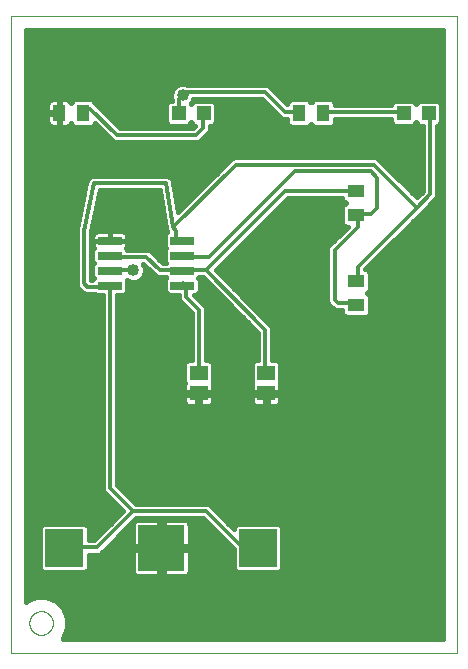
<source format=gtl>
G75*
%MOIN*%
%OFA0B0*%
%FSLAX25Y25*%
%IPPOS*%
%LPD*%
%AMOC8*
5,1,8,0,0,1.08239X$1,22.5*
%
%ADD10C,0.00000*%
%ADD11R,0.15354X0.15354*%
%ADD12R,0.12598X0.12598*%
%ADD13R,0.05906X0.05118*%
%ADD14R,0.08000X0.02600*%
%ADD15R,0.04724X0.04724*%
%ADD16R,0.05512X0.04331*%
%ADD17R,0.04331X0.05512*%
%ADD18C,0.01200*%
%ADD19C,0.04000*%
%ADD20C,0.01600*%
%ADD21C,0.03962*%
D10*
X0006800Y0006800D02*
X0006800Y0219261D01*
X0155501Y0219261D01*
X0155501Y0006800D01*
X0006800Y0006800D01*
X0012863Y0016800D02*
X0012865Y0016925D01*
X0012871Y0017050D01*
X0012881Y0017174D01*
X0012895Y0017298D01*
X0012912Y0017422D01*
X0012934Y0017545D01*
X0012960Y0017667D01*
X0012989Y0017789D01*
X0013022Y0017909D01*
X0013060Y0018028D01*
X0013100Y0018147D01*
X0013145Y0018263D01*
X0013193Y0018378D01*
X0013245Y0018492D01*
X0013301Y0018604D01*
X0013360Y0018714D01*
X0013422Y0018822D01*
X0013488Y0018929D01*
X0013557Y0019033D01*
X0013630Y0019134D01*
X0013705Y0019234D01*
X0013784Y0019331D01*
X0013866Y0019425D01*
X0013951Y0019517D01*
X0014038Y0019606D01*
X0014129Y0019692D01*
X0014222Y0019775D01*
X0014318Y0019856D01*
X0014416Y0019933D01*
X0014516Y0020007D01*
X0014619Y0020078D01*
X0014724Y0020145D01*
X0014832Y0020210D01*
X0014941Y0020270D01*
X0015052Y0020328D01*
X0015165Y0020381D01*
X0015279Y0020431D01*
X0015395Y0020478D01*
X0015512Y0020520D01*
X0015631Y0020559D01*
X0015751Y0020595D01*
X0015872Y0020626D01*
X0015994Y0020654D01*
X0016116Y0020677D01*
X0016240Y0020697D01*
X0016364Y0020713D01*
X0016488Y0020725D01*
X0016613Y0020733D01*
X0016738Y0020737D01*
X0016862Y0020737D01*
X0016987Y0020733D01*
X0017112Y0020725D01*
X0017236Y0020713D01*
X0017360Y0020697D01*
X0017484Y0020677D01*
X0017606Y0020654D01*
X0017728Y0020626D01*
X0017849Y0020595D01*
X0017969Y0020559D01*
X0018088Y0020520D01*
X0018205Y0020478D01*
X0018321Y0020431D01*
X0018435Y0020381D01*
X0018548Y0020328D01*
X0018659Y0020270D01*
X0018769Y0020210D01*
X0018876Y0020145D01*
X0018981Y0020078D01*
X0019084Y0020007D01*
X0019184Y0019933D01*
X0019282Y0019856D01*
X0019378Y0019775D01*
X0019471Y0019692D01*
X0019562Y0019606D01*
X0019649Y0019517D01*
X0019734Y0019425D01*
X0019816Y0019331D01*
X0019895Y0019234D01*
X0019970Y0019134D01*
X0020043Y0019033D01*
X0020112Y0018929D01*
X0020178Y0018822D01*
X0020240Y0018714D01*
X0020299Y0018604D01*
X0020355Y0018492D01*
X0020407Y0018378D01*
X0020455Y0018263D01*
X0020500Y0018147D01*
X0020540Y0018028D01*
X0020578Y0017909D01*
X0020611Y0017789D01*
X0020640Y0017667D01*
X0020666Y0017545D01*
X0020688Y0017422D01*
X0020705Y0017298D01*
X0020719Y0017174D01*
X0020729Y0017050D01*
X0020735Y0016925D01*
X0020737Y0016800D01*
X0020735Y0016675D01*
X0020729Y0016550D01*
X0020719Y0016426D01*
X0020705Y0016302D01*
X0020688Y0016178D01*
X0020666Y0016055D01*
X0020640Y0015933D01*
X0020611Y0015811D01*
X0020578Y0015691D01*
X0020540Y0015572D01*
X0020500Y0015453D01*
X0020455Y0015337D01*
X0020407Y0015222D01*
X0020355Y0015108D01*
X0020299Y0014996D01*
X0020240Y0014886D01*
X0020178Y0014778D01*
X0020112Y0014671D01*
X0020043Y0014567D01*
X0019970Y0014466D01*
X0019895Y0014366D01*
X0019816Y0014269D01*
X0019734Y0014175D01*
X0019649Y0014083D01*
X0019562Y0013994D01*
X0019471Y0013908D01*
X0019378Y0013825D01*
X0019282Y0013744D01*
X0019184Y0013667D01*
X0019084Y0013593D01*
X0018981Y0013522D01*
X0018876Y0013455D01*
X0018768Y0013390D01*
X0018659Y0013330D01*
X0018548Y0013272D01*
X0018435Y0013219D01*
X0018321Y0013169D01*
X0018205Y0013122D01*
X0018088Y0013080D01*
X0017969Y0013041D01*
X0017849Y0013005D01*
X0017728Y0012974D01*
X0017606Y0012946D01*
X0017484Y0012923D01*
X0017360Y0012903D01*
X0017236Y0012887D01*
X0017112Y0012875D01*
X0016987Y0012867D01*
X0016862Y0012863D01*
X0016738Y0012863D01*
X0016613Y0012867D01*
X0016488Y0012875D01*
X0016364Y0012887D01*
X0016240Y0012903D01*
X0016116Y0012923D01*
X0015994Y0012946D01*
X0015872Y0012974D01*
X0015751Y0013005D01*
X0015631Y0013041D01*
X0015512Y0013080D01*
X0015395Y0013122D01*
X0015279Y0013169D01*
X0015165Y0013219D01*
X0015052Y0013272D01*
X0014941Y0013330D01*
X0014831Y0013390D01*
X0014724Y0013455D01*
X0014619Y0013522D01*
X0014516Y0013593D01*
X0014416Y0013667D01*
X0014318Y0013744D01*
X0014222Y0013825D01*
X0014129Y0013908D01*
X0014038Y0013994D01*
X0013951Y0014083D01*
X0013866Y0014175D01*
X0013784Y0014269D01*
X0013705Y0014366D01*
X0013630Y0014466D01*
X0013557Y0014567D01*
X0013488Y0014671D01*
X0013422Y0014778D01*
X0013360Y0014886D01*
X0013301Y0014996D01*
X0013245Y0015108D01*
X0013193Y0015222D01*
X0013145Y0015337D01*
X0013100Y0015453D01*
X0013060Y0015572D01*
X0013022Y0015691D01*
X0012989Y0015811D01*
X0012960Y0015933D01*
X0012934Y0016055D01*
X0012912Y0016178D01*
X0012895Y0016302D01*
X0012881Y0016426D01*
X0012871Y0016550D01*
X0012865Y0016675D01*
X0012863Y0016800D01*
D11*
X0056800Y0041800D03*
D12*
X0024517Y0041800D03*
X0089083Y0041800D03*
D13*
X0091800Y0093454D03*
X0091800Y0100146D03*
X0069300Y0100146D03*
X0069300Y0093454D03*
D14*
X0063900Y0129300D03*
X0063900Y0134300D03*
X0063900Y0139300D03*
X0063900Y0144300D03*
X0039700Y0144300D03*
X0039700Y0139300D03*
X0039700Y0134300D03*
X0039700Y0129300D03*
D15*
X0062666Y0186800D03*
X0070934Y0186800D03*
X0137666Y0186800D03*
X0145934Y0186800D03*
D16*
X0121800Y0160737D03*
X0121800Y0152863D03*
X0121800Y0130737D03*
X0121800Y0122863D03*
D17*
X0110737Y0186800D03*
X0102863Y0186800D03*
X0030737Y0186800D03*
X0022863Y0186800D03*
D18*
X0030737Y0186800D02*
X0031000Y0187200D01*
X0032100Y0188300D01*
X0033200Y0188300D01*
X0042000Y0179500D01*
X0068400Y0179500D01*
X0070600Y0181700D01*
X0070600Y0186100D01*
X0070934Y0186800D01*
X0064000Y0192700D02*
X0062900Y0191600D01*
X0062900Y0187200D01*
X0062666Y0186800D01*
X0064000Y0192700D02*
X0065100Y0193800D01*
X0091500Y0193800D01*
X0098100Y0187200D01*
X0102500Y0187200D01*
X0102863Y0186800D01*
X0110737Y0186800D02*
X0111300Y0187200D01*
X0136600Y0187200D01*
X0137666Y0186800D01*
X0145934Y0186800D02*
X0146500Y0186100D01*
X0146500Y0159700D01*
X0142100Y0155300D01*
X0127800Y0169600D01*
X0081600Y0169600D01*
X0060700Y0148700D01*
X0058500Y0163400D01*
X0034300Y0163400D01*
X0031000Y0147600D01*
X0031000Y0130000D01*
X0032100Y0128900D01*
X0038700Y0128900D01*
X0039700Y0129300D01*
X0039800Y0128900D01*
X0039800Y0061800D01*
X0047500Y0054100D01*
X0071700Y0054100D01*
X0083800Y0042000D01*
X0088200Y0042000D01*
X0089083Y0041800D01*
X0091800Y0100146D02*
X0091500Y0100300D01*
X0091500Y0114600D01*
X0071700Y0134400D01*
X0064000Y0134400D01*
X0063900Y0134300D01*
X0062900Y0134400D01*
X0056300Y0134400D01*
X0051900Y0138800D01*
X0039800Y0138800D01*
X0039700Y0139300D01*
X0039800Y0134400D02*
X0039700Y0134300D01*
X0039800Y0134400D02*
X0047500Y0134400D01*
X0061800Y0144300D02*
X0063900Y0144300D01*
X0061800Y0144300D02*
X0061800Y0147600D01*
X0060700Y0148700D01*
X0063900Y0139300D02*
X0064000Y0138800D01*
X0072800Y0138800D01*
X0101400Y0167400D01*
X0126700Y0167400D01*
X0128900Y0165200D01*
X0128900Y0155300D01*
X0126700Y0153100D01*
X0122300Y0153100D01*
X0121800Y0152863D01*
X0122300Y0152000D01*
X0122300Y0148700D01*
X0114600Y0141000D01*
X0114600Y0124500D01*
X0115700Y0123400D01*
X0121200Y0123400D01*
X0121800Y0122863D01*
X0121800Y0130737D02*
X0122300Y0131100D01*
X0122300Y0135500D01*
X0142100Y0155300D01*
X0121800Y0160737D02*
X0121200Y0160800D01*
X0098100Y0160800D01*
X0071700Y0134400D01*
X0065100Y0128900D02*
X0065100Y0125600D01*
X0069500Y0121200D01*
X0069500Y0100300D01*
X0069300Y0100146D01*
X0065100Y0128900D02*
X0064000Y0130000D01*
X0063900Y0129300D01*
X0047500Y0054100D02*
X0035400Y0042000D01*
X0025500Y0042000D01*
X0024517Y0041800D01*
D19*
X0047500Y0134400D03*
X0064000Y0192700D03*
D20*
X0066705Y0190031D02*
X0067221Y0190547D01*
X0067575Y0191400D01*
X0090506Y0191400D01*
X0096065Y0185841D01*
X0096741Y0185165D01*
X0097623Y0184800D01*
X0098898Y0184800D01*
X0098898Y0183298D01*
X0099952Y0182244D01*
X0105774Y0182244D01*
X0106800Y0183270D01*
X0107826Y0182244D01*
X0113648Y0182244D01*
X0114702Y0183298D01*
X0114702Y0184800D01*
X0133504Y0184800D01*
X0133504Y0183692D01*
X0134558Y0182638D01*
X0140774Y0182638D01*
X0141800Y0183664D01*
X0142826Y0182638D01*
X0144100Y0182638D01*
X0144100Y0160694D01*
X0142100Y0158694D01*
X0129835Y0170959D01*
X0129159Y0171635D01*
X0128277Y0172000D01*
X0081123Y0172000D01*
X0080241Y0171635D01*
X0062369Y0153763D01*
X0060900Y0163579D01*
X0060900Y0163877D01*
X0060830Y0164046D01*
X0060803Y0164227D01*
X0060649Y0164483D01*
X0060535Y0164759D01*
X0060405Y0164889D01*
X0060311Y0165046D01*
X0060071Y0165223D01*
X0059859Y0165435D01*
X0059690Y0165505D01*
X0059543Y0165613D01*
X0059253Y0165686D01*
X0058977Y0165800D01*
X0058794Y0165800D01*
X0058617Y0165844D01*
X0058321Y0165800D01*
X0034548Y0165800D01*
X0034323Y0165847D01*
X0034075Y0165800D01*
X0033823Y0165800D01*
X0033611Y0165712D01*
X0033385Y0165670D01*
X0033174Y0165531D01*
X0032941Y0165435D01*
X0032778Y0165272D01*
X0032586Y0165147D01*
X0032444Y0164938D01*
X0032265Y0164759D01*
X0032178Y0164548D01*
X0032048Y0164358D01*
X0031997Y0164111D01*
X0031900Y0163877D01*
X0031900Y0163648D01*
X0028697Y0148311D01*
X0028600Y0148077D01*
X0028600Y0147848D01*
X0028553Y0147623D01*
X0028600Y0147375D01*
X0028600Y0129523D01*
X0028965Y0128641D01*
X0029641Y0127965D01*
X0030741Y0126865D01*
X0031623Y0126500D01*
X0034654Y0126500D01*
X0034954Y0126200D01*
X0037400Y0126200D01*
X0037400Y0061323D01*
X0037765Y0060441D01*
X0044106Y0054100D01*
X0034406Y0044400D01*
X0032616Y0044400D01*
X0032616Y0048845D01*
X0031561Y0049899D01*
X0017472Y0049899D01*
X0016417Y0048845D01*
X0016417Y0034755D01*
X0017472Y0033701D01*
X0031561Y0033701D01*
X0032616Y0034755D01*
X0032616Y0039600D01*
X0035877Y0039600D01*
X0036759Y0039965D01*
X0048494Y0051700D01*
X0070706Y0051700D01*
X0080984Y0041422D01*
X0080984Y0034755D01*
X0082039Y0033701D01*
X0096128Y0033701D01*
X0097183Y0034755D01*
X0097183Y0048845D01*
X0096128Y0049899D01*
X0082039Y0049899D01*
X0080984Y0048845D01*
X0080984Y0048210D01*
X0073059Y0056135D01*
X0072177Y0056500D01*
X0048494Y0056500D01*
X0042200Y0062794D01*
X0042200Y0126200D01*
X0044446Y0126200D01*
X0045500Y0127254D01*
X0045500Y0131115D01*
X0046744Y0130600D01*
X0048256Y0130600D01*
X0049653Y0131179D01*
X0050721Y0132247D01*
X0051300Y0133644D01*
X0051300Y0135156D01*
X0050785Y0136400D01*
X0050906Y0136400D01*
X0054265Y0133041D01*
X0054941Y0132365D01*
X0055823Y0132000D01*
X0058354Y0132000D01*
X0058554Y0131800D01*
X0058100Y0131346D01*
X0058100Y0127254D01*
X0059154Y0126200D01*
X0062700Y0126200D01*
X0062700Y0125123D01*
X0063065Y0124241D01*
X0063741Y0123565D01*
X0067100Y0120206D01*
X0067100Y0104505D01*
X0065602Y0104505D01*
X0064547Y0103451D01*
X0064547Y0096842D01*
X0064674Y0096715D01*
X0064670Y0096707D01*
X0064547Y0096250D01*
X0064547Y0093933D01*
X0068820Y0093933D01*
X0068820Y0092974D01*
X0064547Y0092974D01*
X0064547Y0090658D01*
X0064670Y0090200D01*
X0064907Y0089789D01*
X0065242Y0089454D01*
X0065652Y0089217D01*
X0066110Y0089094D01*
X0068820Y0089094D01*
X0068820Y0092974D01*
X0069780Y0092974D01*
X0069780Y0093933D01*
X0074053Y0093933D01*
X0074053Y0096250D01*
X0073930Y0096707D01*
X0073926Y0096715D01*
X0074053Y0096842D01*
X0074053Y0103451D01*
X0072998Y0104505D01*
X0071900Y0104505D01*
X0071900Y0121677D01*
X0071535Y0122559D01*
X0067894Y0126200D01*
X0068646Y0126200D01*
X0069700Y0127254D01*
X0069700Y0131346D01*
X0069246Y0131800D01*
X0069446Y0132000D01*
X0070706Y0132000D01*
X0089100Y0113606D01*
X0089100Y0104505D01*
X0088102Y0104505D01*
X0087047Y0103451D01*
X0087047Y0096842D01*
X0087174Y0096715D01*
X0087170Y0096707D01*
X0087047Y0096250D01*
X0087047Y0093933D01*
X0091320Y0093933D01*
X0091320Y0092974D01*
X0087047Y0092974D01*
X0087047Y0090658D01*
X0087170Y0090200D01*
X0087407Y0089789D01*
X0087742Y0089454D01*
X0088152Y0089217D01*
X0088610Y0089094D01*
X0091320Y0089094D01*
X0091320Y0092974D01*
X0092280Y0092974D01*
X0092280Y0093933D01*
X0096553Y0093933D01*
X0096553Y0096250D01*
X0096430Y0096707D01*
X0096426Y0096715D01*
X0096553Y0096842D01*
X0096553Y0103451D01*
X0095498Y0104505D01*
X0093900Y0104505D01*
X0093900Y0115077D01*
X0093535Y0115959D01*
X0075094Y0134400D01*
X0099094Y0158400D01*
X0117244Y0158400D01*
X0117244Y0157826D01*
X0118270Y0156800D01*
X0117244Y0155774D01*
X0117244Y0149952D01*
X0118298Y0148898D01*
X0119104Y0148898D01*
X0112565Y0142359D01*
X0112200Y0141477D01*
X0112200Y0124023D01*
X0112565Y0123141D01*
X0113241Y0122465D01*
X0114341Y0121365D01*
X0115223Y0121000D01*
X0117244Y0121000D01*
X0117244Y0119952D01*
X0118298Y0118898D01*
X0125301Y0118898D01*
X0126356Y0119952D01*
X0126356Y0125774D01*
X0125330Y0126800D01*
X0126356Y0127826D01*
X0126356Y0133648D01*
X0125301Y0134702D01*
X0124896Y0134702D01*
X0143459Y0153265D01*
X0144135Y0153941D01*
X0148535Y0158341D01*
X0148900Y0159223D01*
X0148900Y0182638D01*
X0149042Y0182638D01*
X0150096Y0183692D01*
X0150096Y0189908D01*
X0149042Y0190962D01*
X0142826Y0190962D01*
X0141800Y0189936D01*
X0140774Y0190962D01*
X0134558Y0190962D01*
X0133504Y0189908D01*
X0133504Y0189600D01*
X0114702Y0189600D01*
X0114702Y0190301D01*
X0113648Y0191356D01*
X0107826Y0191356D01*
X0106800Y0190330D01*
X0105774Y0191356D01*
X0099952Y0191356D01*
X0098898Y0190301D01*
X0098898Y0189796D01*
X0092859Y0195835D01*
X0091977Y0196200D01*
X0065480Y0196200D01*
X0064756Y0196500D01*
X0063244Y0196500D01*
X0061847Y0195921D01*
X0060779Y0194853D01*
X0060200Y0193456D01*
X0060200Y0191944D01*
X0060500Y0191220D01*
X0060500Y0190962D01*
X0059558Y0190962D01*
X0058504Y0189908D01*
X0058504Y0183692D01*
X0059558Y0182638D01*
X0065774Y0182638D01*
X0066800Y0183664D01*
X0067826Y0182638D01*
X0068144Y0182638D01*
X0067406Y0181900D01*
X0042994Y0181900D01*
X0035235Y0189659D01*
X0034702Y0190192D01*
X0034702Y0190301D01*
X0033648Y0191356D01*
X0027826Y0191356D01*
X0026772Y0190301D01*
X0026772Y0190004D01*
X0026706Y0190251D01*
X0026469Y0190661D01*
X0026134Y0190996D01*
X0025723Y0191233D01*
X0025265Y0191356D01*
X0023146Y0191356D01*
X0023146Y0187083D01*
X0022580Y0187083D01*
X0022580Y0191356D01*
X0020461Y0191356D01*
X0020003Y0191233D01*
X0019592Y0190996D01*
X0019257Y0190661D01*
X0019020Y0190251D01*
X0018898Y0189793D01*
X0018898Y0187083D01*
X0022580Y0187083D01*
X0022580Y0186517D01*
X0023146Y0186517D01*
X0023146Y0182244D01*
X0025265Y0182244D01*
X0025723Y0182367D01*
X0026134Y0182604D01*
X0026469Y0182939D01*
X0026706Y0183349D01*
X0026772Y0183596D01*
X0026772Y0183298D01*
X0027826Y0182244D01*
X0033648Y0182244D01*
X0034702Y0183298D01*
X0034702Y0183404D01*
X0040641Y0177465D01*
X0041523Y0177100D01*
X0068877Y0177100D01*
X0069759Y0177465D01*
X0070435Y0178141D01*
X0072635Y0180341D01*
X0073000Y0181223D01*
X0073000Y0182638D01*
X0074042Y0182638D01*
X0075096Y0183692D01*
X0075096Y0189908D01*
X0074042Y0190962D01*
X0067826Y0190962D01*
X0066800Y0189936D01*
X0066705Y0190031D01*
X0067255Y0190629D02*
X0067493Y0190629D01*
X0068142Y0182636D02*
X0042258Y0182636D01*
X0040659Y0184235D02*
X0058504Y0184235D01*
X0058504Y0185833D02*
X0039061Y0185833D01*
X0037462Y0187432D02*
X0058504Y0187432D01*
X0058504Y0189030D02*
X0035864Y0189030D01*
X0034375Y0190629D02*
X0059225Y0190629D01*
X0060200Y0192227D02*
X0011600Y0192227D01*
X0011600Y0190629D02*
X0019239Y0190629D01*
X0018898Y0189030D02*
X0011600Y0189030D01*
X0011600Y0187432D02*
X0018898Y0187432D01*
X0018898Y0186517D02*
X0018898Y0183807D01*
X0019020Y0183349D01*
X0019257Y0182939D01*
X0019592Y0182604D01*
X0020003Y0182367D01*
X0020461Y0182244D01*
X0022580Y0182244D01*
X0022580Y0186517D01*
X0018898Y0186517D01*
X0018898Y0185833D02*
X0011600Y0185833D01*
X0011600Y0184235D02*
X0018898Y0184235D01*
X0019560Y0182636D02*
X0011600Y0182636D01*
X0011600Y0181038D02*
X0037068Y0181038D01*
X0035470Y0182636D02*
X0034040Y0182636D01*
X0038667Y0179439D02*
X0011600Y0179439D01*
X0011600Y0177841D02*
X0040265Y0177841D01*
X0032522Y0165053D02*
X0011600Y0165053D01*
X0011600Y0166651D02*
X0075257Y0166651D01*
X0073659Y0165053D02*
X0060302Y0165053D01*
X0060919Y0163454D02*
X0072060Y0163454D01*
X0070461Y0161856D02*
X0061158Y0161856D01*
X0061397Y0160257D02*
X0068863Y0160257D01*
X0067264Y0158659D02*
X0061636Y0158659D01*
X0061876Y0157060D02*
X0065666Y0157060D01*
X0064067Y0155462D02*
X0062115Y0155462D01*
X0062354Y0153863D02*
X0062469Y0153863D01*
X0057501Y0153863D02*
X0034760Y0153863D01*
X0034426Y0152265D02*
X0057740Y0152265D01*
X0057979Y0150666D02*
X0034092Y0150666D01*
X0033758Y0149068D02*
X0058218Y0149068D01*
X0058300Y0148521D02*
X0058300Y0148223D01*
X0058370Y0148054D01*
X0058397Y0147873D01*
X0058551Y0147617D01*
X0058665Y0147341D01*
X0058795Y0147211D01*
X0058859Y0147104D01*
X0058100Y0146346D01*
X0058100Y0142254D01*
X0058554Y0141800D01*
X0058100Y0141346D01*
X0058100Y0137254D01*
X0058554Y0136800D01*
X0057294Y0136800D01*
X0053259Y0140835D01*
X0052377Y0141200D01*
X0045500Y0141200D01*
X0045500Y0141346D01*
X0045046Y0141800D01*
X0045140Y0141895D01*
X0045377Y0142305D01*
X0045500Y0142763D01*
X0045500Y0144300D01*
X0045500Y0145837D01*
X0045377Y0146295D01*
X0045140Y0146705D01*
X0044805Y0147040D01*
X0044395Y0147277D01*
X0043937Y0147400D01*
X0039700Y0147400D01*
X0039700Y0144300D01*
X0039700Y0144300D01*
X0045500Y0144300D01*
X0039700Y0144300D01*
X0039700Y0144300D01*
X0039700Y0144300D01*
X0033900Y0144300D01*
X0033900Y0145837D01*
X0034023Y0146295D01*
X0034260Y0146705D01*
X0034595Y0147040D01*
X0035005Y0147277D01*
X0035463Y0147400D01*
X0039700Y0147400D01*
X0039700Y0144300D01*
X0033900Y0144300D01*
X0033900Y0142763D01*
X0034023Y0142305D01*
X0034260Y0141895D01*
X0034354Y0141800D01*
X0033900Y0141346D01*
X0033900Y0137254D01*
X0034354Y0136800D01*
X0033900Y0136346D01*
X0033900Y0132254D01*
X0034354Y0131800D01*
X0033900Y0131346D01*
X0033900Y0131300D01*
X0033400Y0131300D01*
X0033400Y0147352D01*
X0036251Y0161000D01*
X0056432Y0161000D01*
X0058300Y0148521D01*
X0058612Y0147469D02*
X0033424Y0147469D01*
X0033400Y0145870D02*
X0033909Y0145870D01*
X0033900Y0144272D02*
X0033400Y0144272D01*
X0033400Y0142673D02*
X0033924Y0142673D01*
X0033900Y0141075D02*
X0033400Y0141075D01*
X0033400Y0139476D02*
X0033900Y0139476D01*
X0033900Y0137878D02*
X0033400Y0137878D01*
X0033400Y0136279D02*
X0033900Y0136279D01*
X0033900Y0134681D02*
X0033400Y0134681D01*
X0033400Y0133082D02*
X0033900Y0133082D01*
X0034038Y0131484D02*
X0033400Y0131484D01*
X0031168Y0126688D02*
X0011600Y0126688D01*
X0011600Y0125090D02*
X0037400Y0125090D01*
X0037400Y0123491D02*
X0011600Y0123491D01*
X0011600Y0121893D02*
X0037400Y0121893D01*
X0037400Y0120294D02*
X0011600Y0120294D01*
X0011600Y0118696D02*
X0037400Y0118696D01*
X0037400Y0117097D02*
X0011600Y0117097D01*
X0011600Y0115499D02*
X0037400Y0115499D01*
X0037400Y0113900D02*
X0011600Y0113900D01*
X0011600Y0112302D02*
X0037400Y0112302D01*
X0037400Y0110703D02*
X0011600Y0110703D01*
X0011600Y0109105D02*
X0037400Y0109105D01*
X0037400Y0107506D02*
X0011600Y0107506D01*
X0011600Y0105908D02*
X0037400Y0105908D01*
X0037400Y0104309D02*
X0011600Y0104309D01*
X0011600Y0102711D02*
X0037400Y0102711D01*
X0037400Y0101112D02*
X0011600Y0101112D01*
X0011600Y0099514D02*
X0037400Y0099514D01*
X0037400Y0097915D02*
X0011600Y0097915D01*
X0011600Y0096317D02*
X0037400Y0096317D01*
X0037400Y0094718D02*
X0011600Y0094718D01*
X0011600Y0093120D02*
X0037400Y0093120D01*
X0037400Y0091521D02*
X0011600Y0091521D01*
X0011600Y0089923D02*
X0037400Y0089923D01*
X0037400Y0088324D02*
X0011600Y0088324D01*
X0011600Y0086726D02*
X0037400Y0086726D01*
X0037400Y0085127D02*
X0011600Y0085127D01*
X0011600Y0083529D02*
X0037400Y0083529D01*
X0037400Y0081930D02*
X0011600Y0081930D01*
X0011600Y0080332D02*
X0037400Y0080332D01*
X0037400Y0078733D02*
X0011600Y0078733D01*
X0011600Y0077134D02*
X0037400Y0077134D01*
X0037400Y0075536D02*
X0011600Y0075536D01*
X0011600Y0073937D02*
X0037400Y0073937D01*
X0037400Y0072339D02*
X0011600Y0072339D01*
X0011600Y0070740D02*
X0037400Y0070740D01*
X0037400Y0069142D02*
X0011600Y0069142D01*
X0011600Y0067543D02*
X0037400Y0067543D01*
X0037400Y0065945D02*
X0011600Y0065945D01*
X0011600Y0064346D02*
X0037400Y0064346D01*
X0037400Y0062748D02*
X0011600Y0062748D01*
X0011600Y0061149D02*
X0037472Y0061149D01*
X0038655Y0059551D02*
X0011600Y0059551D01*
X0011600Y0057952D02*
X0040254Y0057952D01*
X0041852Y0056354D02*
X0011600Y0056354D01*
X0011600Y0054755D02*
X0043451Y0054755D01*
X0043163Y0053157D02*
X0011600Y0053157D01*
X0011600Y0051558D02*
X0041564Y0051558D01*
X0039966Y0049960D02*
X0011600Y0049960D01*
X0011600Y0048361D02*
X0016417Y0048361D01*
X0016417Y0046763D02*
X0011600Y0046763D01*
X0011600Y0045164D02*
X0016417Y0045164D01*
X0016417Y0043566D02*
X0011600Y0043566D01*
X0011600Y0041967D02*
X0016417Y0041967D01*
X0016417Y0040369D02*
X0011600Y0040369D01*
X0011600Y0038770D02*
X0016417Y0038770D01*
X0016417Y0037172D02*
X0011600Y0037172D01*
X0011600Y0035573D02*
X0016417Y0035573D01*
X0017198Y0033975D02*
X0011600Y0033975D01*
X0011600Y0032376D02*
X0048687Y0032376D01*
X0048886Y0032323D02*
X0056000Y0032323D01*
X0056000Y0041000D01*
X0047323Y0041000D01*
X0047323Y0033886D01*
X0047445Y0033428D01*
X0047682Y0033018D01*
X0048018Y0032682D01*
X0048428Y0032445D01*
X0048886Y0032323D01*
X0047323Y0033975D02*
X0031835Y0033975D01*
X0032616Y0035573D02*
X0047323Y0035573D01*
X0047323Y0037172D02*
X0032616Y0037172D01*
X0032616Y0038770D02*
X0047323Y0038770D01*
X0047323Y0040369D02*
X0037163Y0040369D01*
X0038761Y0041967D02*
X0056000Y0041967D01*
X0056000Y0042600D02*
X0056000Y0041000D01*
X0057600Y0041000D01*
X0057600Y0042600D01*
X0056000Y0042600D01*
X0056000Y0051277D01*
X0048886Y0051277D01*
X0048428Y0051154D01*
X0048018Y0050918D01*
X0047682Y0050582D01*
X0047445Y0050172D01*
X0047323Y0049714D01*
X0047323Y0042600D01*
X0056000Y0042600D01*
X0056000Y0043566D02*
X0057600Y0043566D01*
X0057600Y0042600D02*
X0057600Y0051277D01*
X0064714Y0051277D01*
X0065172Y0051154D01*
X0065582Y0050918D01*
X0065918Y0050582D01*
X0066154Y0050172D01*
X0066277Y0049714D01*
X0066277Y0042600D01*
X0057600Y0042600D01*
X0057600Y0041967D02*
X0080439Y0041967D01*
X0080984Y0040369D02*
X0066277Y0040369D01*
X0066277Y0041000D02*
X0057600Y0041000D01*
X0057600Y0032323D01*
X0064714Y0032323D01*
X0065172Y0032445D01*
X0065582Y0032682D01*
X0065918Y0033018D01*
X0066154Y0033428D01*
X0066277Y0033886D01*
X0066277Y0041000D01*
X0066277Y0038770D02*
X0080984Y0038770D01*
X0080984Y0037172D02*
X0066277Y0037172D01*
X0066277Y0035573D02*
X0080984Y0035573D01*
X0081765Y0033975D02*
X0066277Y0033975D01*
X0064913Y0032376D02*
X0150701Y0032376D01*
X0150701Y0030778D02*
X0011600Y0030778D01*
X0011600Y0029179D02*
X0150701Y0029179D01*
X0150701Y0027581D02*
X0011600Y0027581D01*
X0011600Y0025982D02*
X0150701Y0025982D01*
X0150701Y0024384D02*
X0021322Y0024384D01*
X0021749Y0024207D02*
X0018538Y0025537D01*
X0015062Y0025537D01*
X0011851Y0024207D01*
X0011600Y0023956D01*
X0011600Y0214461D01*
X0150701Y0214461D01*
X0150701Y0011600D01*
X0023956Y0011600D01*
X0024207Y0011851D01*
X0025537Y0015062D01*
X0025537Y0018538D01*
X0024207Y0021749D01*
X0021749Y0024207D01*
X0023171Y0022785D02*
X0150701Y0022785D01*
X0150701Y0021187D02*
X0024440Y0021187D01*
X0025102Y0019588D02*
X0150701Y0019588D01*
X0150701Y0017990D02*
X0025537Y0017990D01*
X0025537Y0016391D02*
X0150701Y0016391D01*
X0150701Y0014793D02*
X0025425Y0014793D01*
X0024763Y0013194D02*
X0150701Y0013194D01*
X0150701Y0033975D02*
X0096402Y0033975D01*
X0097183Y0035573D02*
X0150701Y0035573D01*
X0150701Y0037172D02*
X0097183Y0037172D01*
X0097183Y0038770D02*
X0150701Y0038770D01*
X0150701Y0040369D02*
X0097183Y0040369D01*
X0097183Y0041967D02*
X0150701Y0041967D01*
X0150701Y0043566D02*
X0097183Y0043566D01*
X0097183Y0045164D02*
X0150701Y0045164D01*
X0150701Y0046763D02*
X0097183Y0046763D01*
X0097183Y0048361D02*
X0150701Y0048361D01*
X0150701Y0049960D02*
X0079234Y0049960D01*
X0077636Y0051558D02*
X0150701Y0051558D01*
X0150701Y0053157D02*
X0076037Y0053157D01*
X0074439Y0054755D02*
X0150701Y0054755D01*
X0150701Y0056354D02*
X0072530Y0056354D01*
X0070848Y0051558D02*
X0048352Y0051558D01*
X0047389Y0049960D02*
X0046754Y0049960D01*
X0047323Y0048361D02*
X0045155Y0048361D01*
X0043557Y0046763D02*
X0047323Y0046763D01*
X0047323Y0045164D02*
X0041958Y0045164D01*
X0040360Y0043566D02*
X0047323Y0043566D01*
X0038367Y0048361D02*
X0032616Y0048361D01*
X0032616Y0046763D02*
X0036769Y0046763D01*
X0035170Y0045164D02*
X0032616Y0045164D01*
X0043845Y0061149D02*
X0150701Y0061149D01*
X0150701Y0059551D02*
X0045443Y0059551D01*
X0047042Y0057952D02*
X0150701Y0057952D01*
X0150701Y0062748D02*
X0042246Y0062748D01*
X0042200Y0064346D02*
X0150701Y0064346D01*
X0150701Y0065945D02*
X0042200Y0065945D01*
X0042200Y0067543D02*
X0150701Y0067543D01*
X0150701Y0069142D02*
X0042200Y0069142D01*
X0042200Y0070740D02*
X0150701Y0070740D01*
X0150701Y0072339D02*
X0042200Y0072339D01*
X0042200Y0073937D02*
X0150701Y0073937D01*
X0150701Y0075536D02*
X0042200Y0075536D01*
X0042200Y0077134D02*
X0150701Y0077134D01*
X0150701Y0078733D02*
X0042200Y0078733D01*
X0042200Y0080332D02*
X0150701Y0080332D01*
X0150701Y0081930D02*
X0042200Y0081930D01*
X0042200Y0083529D02*
X0150701Y0083529D01*
X0150701Y0085127D02*
X0042200Y0085127D01*
X0042200Y0086726D02*
X0150701Y0086726D01*
X0150701Y0088324D02*
X0042200Y0088324D01*
X0042200Y0089923D02*
X0064830Y0089923D01*
X0064547Y0091521D02*
X0042200Y0091521D01*
X0042200Y0093120D02*
X0068820Y0093120D01*
X0069780Y0093120D02*
X0091320Y0093120D01*
X0092280Y0093120D02*
X0150701Y0093120D01*
X0150701Y0094718D02*
X0096553Y0094718D01*
X0096535Y0096317D02*
X0150701Y0096317D01*
X0150701Y0097915D02*
X0096553Y0097915D01*
X0096553Y0099514D02*
X0150701Y0099514D01*
X0150701Y0101112D02*
X0096553Y0101112D01*
X0096553Y0102711D02*
X0150701Y0102711D01*
X0150701Y0104309D02*
X0095695Y0104309D01*
X0093900Y0105908D02*
X0150701Y0105908D01*
X0150701Y0107506D02*
X0093900Y0107506D01*
X0093900Y0109105D02*
X0150701Y0109105D01*
X0150701Y0110703D02*
X0093900Y0110703D01*
X0093900Y0112302D02*
X0150701Y0112302D01*
X0150701Y0113900D02*
X0093900Y0113900D01*
X0093725Y0115499D02*
X0150701Y0115499D01*
X0150701Y0117097D02*
X0092397Y0117097D01*
X0090798Y0118696D02*
X0150701Y0118696D01*
X0150701Y0120294D02*
X0126356Y0120294D01*
X0126356Y0121893D02*
X0150701Y0121893D01*
X0150701Y0123491D02*
X0126356Y0123491D01*
X0126356Y0125090D02*
X0150701Y0125090D01*
X0150701Y0126688D02*
X0125441Y0126688D01*
X0126356Y0128287D02*
X0150701Y0128287D01*
X0150701Y0129885D02*
X0126356Y0129885D01*
X0126356Y0131484D02*
X0150701Y0131484D01*
X0150701Y0133082D02*
X0126356Y0133082D01*
X0125323Y0134681D02*
X0150701Y0134681D01*
X0150701Y0136279D02*
X0126474Y0136279D01*
X0128072Y0137878D02*
X0150701Y0137878D01*
X0150701Y0139476D02*
X0129671Y0139476D01*
X0131269Y0141075D02*
X0150701Y0141075D01*
X0150701Y0142673D02*
X0132868Y0142673D01*
X0134466Y0144272D02*
X0150701Y0144272D01*
X0150701Y0145870D02*
X0136065Y0145870D01*
X0137663Y0147469D02*
X0150701Y0147469D01*
X0150701Y0149068D02*
X0139262Y0149068D01*
X0140860Y0150666D02*
X0150701Y0150666D01*
X0150701Y0152265D02*
X0142459Y0152265D01*
X0143459Y0153265D02*
X0143459Y0153265D01*
X0144057Y0153863D02*
X0150701Y0153863D01*
X0150701Y0155462D02*
X0145656Y0155462D01*
X0144135Y0153941D02*
X0144135Y0153941D01*
X0147254Y0157060D02*
X0150701Y0157060D01*
X0150701Y0158659D02*
X0148666Y0158659D01*
X0148900Y0160257D02*
X0150701Y0160257D01*
X0150701Y0161856D02*
X0148900Y0161856D01*
X0148900Y0163454D02*
X0150701Y0163454D01*
X0150701Y0165053D02*
X0148900Y0165053D01*
X0148900Y0166651D02*
X0150701Y0166651D01*
X0150701Y0168250D02*
X0148900Y0168250D01*
X0148900Y0169848D02*
X0150701Y0169848D01*
X0150701Y0171447D02*
X0148900Y0171447D01*
X0148900Y0173045D02*
X0150701Y0173045D01*
X0150701Y0174644D02*
X0148900Y0174644D01*
X0148900Y0176242D02*
X0150701Y0176242D01*
X0150701Y0177841D02*
X0148900Y0177841D01*
X0148900Y0179439D02*
X0150701Y0179439D01*
X0150701Y0181038D02*
X0148900Y0181038D01*
X0148900Y0182636D02*
X0150701Y0182636D01*
X0150701Y0184235D02*
X0150096Y0184235D01*
X0150096Y0185833D02*
X0150701Y0185833D01*
X0150701Y0187432D02*
X0150096Y0187432D01*
X0150096Y0189030D02*
X0150701Y0189030D01*
X0150701Y0190629D02*
X0149375Y0190629D01*
X0150701Y0192227D02*
X0096467Y0192227D01*
X0098065Y0190629D02*
X0099225Y0190629D01*
X0096073Y0185833D02*
X0075096Y0185833D01*
X0075096Y0184235D02*
X0098898Y0184235D01*
X0099560Y0182636D02*
X0073000Y0182636D01*
X0072923Y0181038D02*
X0144100Y0181038D01*
X0144100Y0182636D02*
X0114040Y0182636D01*
X0114702Y0184235D02*
X0133504Y0184235D01*
X0134225Y0190629D02*
X0114375Y0190629D01*
X0107099Y0190629D02*
X0106501Y0190629D01*
X0106166Y0182636D02*
X0107434Y0182636D01*
X0094474Y0187432D02*
X0075096Y0187432D01*
X0075096Y0189030D02*
X0092876Y0189030D01*
X0091277Y0190629D02*
X0074375Y0190629D01*
X0071733Y0179439D02*
X0144100Y0179439D01*
X0144100Y0177841D02*
X0070135Y0177841D01*
X0076856Y0168250D02*
X0011600Y0168250D01*
X0011600Y0169848D02*
X0078454Y0169848D01*
X0080053Y0171447D02*
X0011600Y0171447D01*
X0011600Y0173045D02*
X0144100Y0173045D01*
X0144100Y0171447D02*
X0129347Y0171447D01*
X0130946Y0169848D02*
X0144100Y0169848D01*
X0144100Y0168250D02*
X0132544Y0168250D01*
X0134143Y0166651D02*
X0144100Y0166651D01*
X0144100Y0165053D02*
X0135741Y0165053D01*
X0137340Y0163454D02*
X0144100Y0163454D01*
X0144100Y0161856D02*
X0138938Y0161856D01*
X0140537Y0160257D02*
X0143663Y0160257D01*
X0144100Y0174644D02*
X0011600Y0174644D01*
X0011600Y0176242D02*
X0144100Y0176242D01*
X0142493Y0190629D02*
X0141107Y0190629D01*
X0150701Y0193826D02*
X0094868Y0193826D01*
X0093270Y0195424D02*
X0150701Y0195424D01*
X0150701Y0197023D02*
X0011600Y0197023D01*
X0011600Y0198621D02*
X0150701Y0198621D01*
X0150701Y0200220D02*
X0011600Y0200220D01*
X0011600Y0201818D02*
X0150701Y0201818D01*
X0150701Y0203417D02*
X0011600Y0203417D01*
X0011600Y0205015D02*
X0150701Y0205015D01*
X0150701Y0206614D02*
X0011600Y0206614D01*
X0011600Y0208212D02*
X0150701Y0208212D01*
X0150701Y0209811D02*
X0011600Y0209811D01*
X0011600Y0211409D02*
X0150701Y0211409D01*
X0150701Y0213008D02*
X0011600Y0213008D01*
X0011600Y0195424D02*
X0061350Y0195424D01*
X0060353Y0193826D02*
X0011600Y0193826D01*
X0022580Y0190629D02*
X0023146Y0190629D01*
X0023146Y0189030D02*
X0022580Y0189030D01*
X0022580Y0187432D02*
X0023146Y0187432D01*
X0023146Y0185833D02*
X0022580Y0185833D01*
X0022580Y0184235D02*
X0023146Y0184235D01*
X0023146Y0182636D02*
X0022580Y0182636D01*
X0026166Y0182636D02*
X0027434Y0182636D01*
X0027099Y0190629D02*
X0026487Y0190629D01*
X0031860Y0163454D02*
X0011600Y0163454D01*
X0011600Y0161856D02*
X0031526Y0161856D01*
X0031192Y0160257D02*
X0011600Y0160257D01*
X0011600Y0158659D02*
X0030858Y0158659D01*
X0030524Y0157060D02*
X0011600Y0157060D01*
X0011600Y0155462D02*
X0030190Y0155462D01*
X0029856Y0153863D02*
X0011600Y0153863D01*
X0011600Y0152265D02*
X0029522Y0152265D01*
X0029189Y0150666D02*
X0011600Y0150666D01*
X0011600Y0149068D02*
X0028855Y0149068D01*
X0028582Y0147469D02*
X0011600Y0147469D01*
X0011600Y0145870D02*
X0028600Y0145870D01*
X0028600Y0144272D02*
X0011600Y0144272D01*
X0011600Y0142673D02*
X0028600Y0142673D01*
X0028600Y0141075D02*
X0011600Y0141075D01*
X0011600Y0139476D02*
X0028600Y0139476D01*
X0028600Y0137878D02*
X0011600Y0137878D01*
X0011600Y0136279D02*
X0028600Y0136279D01*
X0028600Y0134681D02*
X0011600Y0134681D01*
X0011600Y0133082D02*
X0028600Y0133082D01*
X0028600Y0131484D02*
X0011600Y0131484D01*
X0011600Y0129885D02*
X0028600Y0129885D01*
X0029319Y0128287D02*
X0011600Y0128287D01*
X0035094Y0155462D02*
X0057261Y0155462D01*
X0057022Y0157060D02*
X0035428Y0157060D01*
X0035761Y0158659D02*
X0056783Y0158659D01*
X0056544Y0160257D02*
X0036095Y0160257D01*
X0039700Y0145870D02*
X0039700Y0145870D01*
X0045491Y0145870D02*
X0058100Y0145870D01*
X0058100Y0144272D02*
X0045500Y0144272D01*
X0045476Y0142673D02*
X0058100Y0142673D01*
X0058100Y0141075D02*
X0052679Y0141075D01*
X0054618Y0139476D02*
X0058100Y0139476D01*
X0058100Y0137878D02*
X0056216Y0137878D01*
X0058554Y0136800D02*
X0058554Y0136800D01*
X0058238Y0131484D02*
X0049958Y0131484D01*
X0051067Y0133082D02*
X0054223Y0133082D01*
X0052625Y0134681D02*
X0051300Y0134681D01*
X0051026Y0136279D02*
X0050835Y0136279D01*
X0045500Y0129885D02*
X0058100Y0129885D01*
X0058100Y0128287D02*
X0045500Y0128287D01*
X0044934Y0126688D02*
X0058666Y0126688D01*
X0062714Y0125090D02*
X0042200Y0125090D01*
X0042200Y0123491D02*
X0063815Y0123491D01*
X0065413Y0121893D02*
X0042200Y0121893D01*
X0042200Y0120294D02*
X0067012Y0120294D01*
X0067100Y0118696D02*
X0042200Y0118696D01*
X0042200Y0117097D02*
X0067100Y0117097D01*
X0067100Y0115499D02*
X0042200Y0115499D01*
X0042200Y0113900D02*
X0067100Y0113900D01*
X0067100Y0112302D02*
X0042200Y0112302D01*
X0042200Y0110703D02*
X0067100Y0110703D01*
X0067100Y0109105D02*
X0042200Y0109105D01*
X0042200Y0107506D02*
X0067100Y0107506D01*
X0067100Y0105908D02*
X0042200Y0105908D01*
X0042200Y0104309D02*
X0065405Y0104309D01*
X0064547Y0102711D02*
X0042200Y0102711D01*
X0042200Y0101112D02*
X0064547Y0101112D01*
X0064547Y0099514D02*
X0042200Y0099514D01*
X0042200Y0097915D02*
X0064547Y0097915D01*
X0064565Y0096317D02*
X0042200Y0096317D01*
X0042200Y0094718D02*
X0064547Y0094718D01*
X0068820Y0091521D02*
X0069780Y0091521D01*
X0069780Y0092974D02*
X0069780Y0089094D01*
X0072490Y0089094D01*
X0072948Y0089217D01*
X0073358Y0089454D01*
X0073693Y0089789D01*
X0073930Y0090200D01*
X0074053Y0090658D01*
X0074053Y0092974D01*
X0069780Y0092974D01*
X0069780Y0089923D02*
X0068820Y0089923D01*
X0073770Y0089923D02*
X0087330Y0089923D01*
X0087047Y0091521D02*
X0074053Y0091521D01*
X0074053Y0094718D02*
X0087047Y0094718D01*
X0087065Y0096317D02*
X0074035Y0096317D01*
X0074053Y0097915D02*
X0087047Y0097915D01*
X0087047Y0099514D02*
X0074053Y0099514D01*
X0074053Y0101112D02*
X0087047Y0101112D01*
X0087047Y0102711D02*
X0074053Y0102711D01*
X0073195Y0104309D02*
X0087905Y0104309D01*
X0089100Y0105908D02*
X0071900Y0105908D01*
X0071900Y0107506D02*
X0089100Y0107506D01*
X0089100Y0109105D02*
X0071900Y0109105D01*
X0071900Y0110703D02*
X0089100Y0110703D01*
X0089100Y0112302D02*
X0071900Y0112302D01*
X0071900Y0113900D02*
X0088806Y0113900D01*
X0087207Y0115499D02*
X0071900Y0115499D01*
X0071900Y0117097D02*
X0085609Y0117097D01*
X0084010Y0118696D02*
X0071900Y0118696D01*
X0071900Y0120294D02*
X0082412Y0120294D01*
X0080813Y0121893D02*
X0071811Y0121893D01*
X0070603Y0123491D02*
X0079215Y0123491D01*
X0077616Y0125090D02*
X0069004Y0125090D01*
X0069134Y0126688D02*
X0076018Y0126688D01*
X0074419Y0128287D02*
X0069700Y0128287D01*
X0069700Y0129885D02*
X0072821Y0129885D01*
X0071222Y0131484D02*
X0069562Y0131484D01*
X0075375Y0134681D02*
X0112200Y0134681D01*
X0112200Y0136279D02*
X0076974Y0136279D01*
X0078572Y0137878D02*
X0112200Y0137878D01*
X0112200Y0139476D02*
X0080171Y0139476D01*
X0081769Y0141075D02*
X0112200Y0141075D01*
X0112879Y0142673D02*
X0083368Y0142673D01*
X0084966Y0144272D02*
X0114478Y0144272D01*
X0116076Y0145870D02*
X0086565Y0145870D01*
X0088163Y0147469D02*
X0117675Y0147469D01*
X0118129Y0149068D02*
X0089762Y0149068D01*
X0091360Y0150666D02*
X0117244Y0150666D01*
X0117244Y0152265D02*
X0092959Y0152265D01*
X0094557Y0153863D02*
X0117244Y0153863D01*
X0117244Y0155462D02*
X0096156Y0155462D01*
X0097754Y0157060D02*
X0118010Y0157060D01*
X0112200Y0133082D02*
X0076412Y0133082D01*
X0078010Y0131484D02*
X0112200Y0131484D01*
X0112200Y0129885D02*
X0079609Y0129885D01*
X0081207Y0128287D02*
X0112200Y0128287D01*
X0112200Y0126688D02*
X0082806Y0126688D01*
X0084404Y0125090D02*
X0112200Y0125090D01*
X0112420Y0123491D02*
X0086003Y0123491D01*
X0087601Y0121893D02*
X0113813Y0121893D01*
X0117244Y0120294D02*
X0089200Y0120294D01*
X0092280Y0092974D02*
X0096553Y0092974D01*
X0096553Y0090658D01*
X0096430Y0090200D01*
X0096193Y0089789D01*
X0095858Y0089454D01*
X0095448Y0089217D01*
X0094990Y0089094D01*
X0092280Y0089094D01*
X0092280Y0092974D01*
X0092280Y0091521D02*
X0091320Y0091521D01*
X0091320Y0089923D02*
X0092280Y0089923D01*
X0096270Y0089923D02*
X0150701Y0089923D01*
X0150701Y0091521D02*
X0096553Y0091521D01*
X0080984Y0048361D02*
X0080833Y0048361D01*
X0077242Y0045164D02*
X0066277Y0045164D01*
X0066277Y0043566D02*
X0078840Y0043566D01*
X0075643Y0046763D02*
X0066277Y0046763D01*
X0066277Y0048361D02*
X0074045Y0048361D01*
X0072446Y0049960D02*
X0066211Y0049960D01*
X0057600Y0049960D02*
X0056000Y0049960D01*
X0056000Y0048361D02*
X0057600Y0048361D01*
X0057600Y0046763D02*
X0056000Y0046763D01*
X0056000Y0045164D02*
X0057600Y0045164D01*
X0057600Y0040369D02*
X0056000Y0040369D01*
X0056000Y0038770D02*
X0057600Y0038770D01*
X0057600Y0037172D02*
X0056000Y0037172D01*
X0056000Y0035573D02*
X0057600Y0035573D01*
X0057600Y0033975D02*
X0056000Y0033975D01*
X0056000Y0032376D02*
X0057600Y0032376D01*
X0012278Y0024384D02*
X0011600Y0024384D01*
D21*
X0024300Y0101800D03*
X0041800Y0154300D03*
X0026800Y0166800D03*
X0114300Y0059300D03*
X0114300Y0026800D03*
X0131800Y0101800D03*
M02*

</source>
